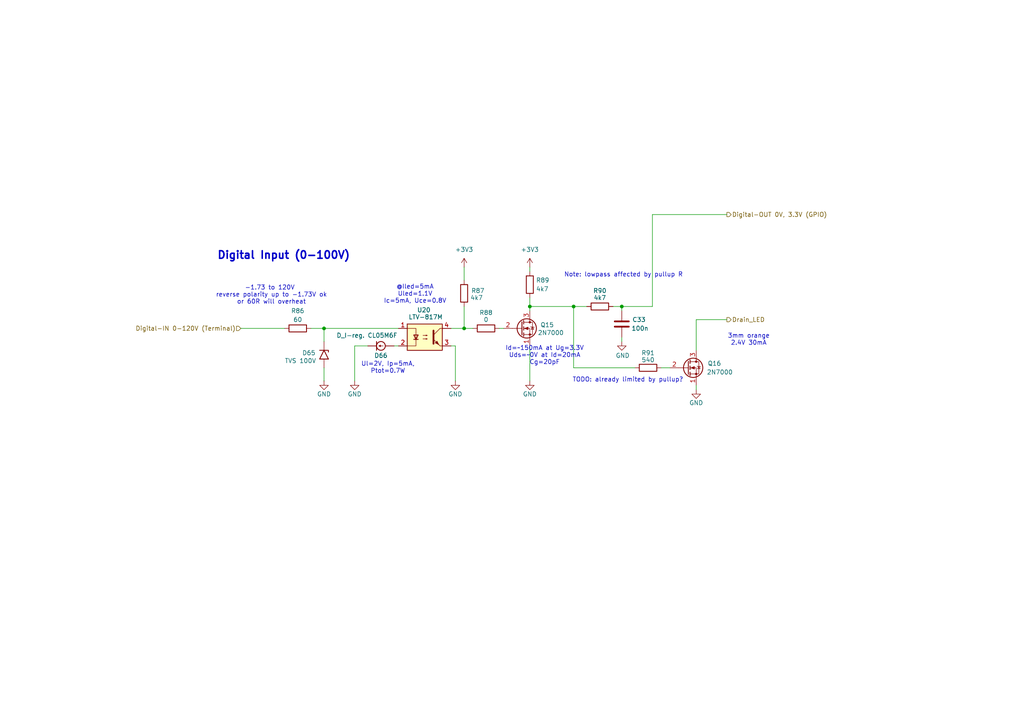
<source format=kicad_sch>
(kicad_sch (version 20231120) (generator "eeschema") (generator_version "8.0")
  (paper "A4")
  (lib_symbols
    (symbol "Device:C" (pin_numbers hide) (pin_names (offset 0.254))
      (property "Reference" "C" (at 0.635 2.54 0))
      (property "Value" "C" (at 0.635 -2.54 0))
      (symbol "C_0_1"
        (polyline (pts (xy -2.032 -0.762) (xy 2.032 -0.762)) (stroke (width 0.508)))
        (polyline (pts (xy -2.032 0.762) (xy 2.032 0.762)) (stroke (width 0.508)))
      )
      (symbol "C_1_1"
        (pin passive line (at 0 3.81 270) (length 2.794) (name "~") (number "1"))
        (pin passive line (at 0 -3.81 90) (length 2.794) (name "~") (number "2"))
      )
    )
    (symbol "Device:D_Current-regulator" (pin_numbers hide) (pin_names (offset 1.016) hide)
      (property "Reference" "D" (at 0 2.54 0))
      (property "Value" "D_Current-regulator" (at 0 -2.54 0))
      (symbol "D_Current-regulator_0_1"
        (polyline (pts (xy -1.27 1.27) (xy -1.27 -1.27)) (stroke (width 0.254)))
      )
      (symbol "D_Current-regulator_1_1"
        (polyline (pts (xy -0.127 0) (xy 0.635 0)))
        (polyline (pts (xy -0.127 0.254) (xy -0.635 0) (xy -0.127 -0.254) (xy -0.127 0.254)) (fill (type outline)))
        (circle (center 0 0) (radius 1.27) (stroke (width 0.254)))
        (pin passive line (at -3.81 0 0) (length 2.54) (name "K") (number "1"))
        (pin passive line (at 3.81 0 180) (length 2.54) (name "A") (number "2"))
      )
    )
    (symbol "Device:R" (pin_numbers hide) (pin_names (offset 0))
      (property "Reference" "R" (at 2.032 0 90))
      (property "Value" "R" (at 0 0 90))
      (symbol "R_0_1"
        (rectangle (start -1.016 -2.54) (end 1.016 2.54) (stroke (width 0.254)))
      )
      (symbol "R_1_1"
        (pin passive line (at 0 3.81 270) (length 1.27) (name "~") (number "1"))
        (pin passive line (at 0 -3.81 90) (length 1.27) (name "~") (number "2"))
      )
    )
    (symbol "Diode:1N62xxA" (pin_numbers hide) (pin_names (offset 1.016) hide)
      (property "Reference" "D" (at 0 2.54 0))
      (property "Value" "1N62xxA" (at 0 -2.54 0))
      (symbol "1N62xxA_0_1"
        (polyline (pts (xy -0.762 1.27) (xy -1.27 1.27) (xy -1.27 -1.27)) (stroke (width 0.254)))
        (polyline (pts (xy 1.27 1.27) (xy 1.27 -1.27) (xy -1.27 0) (xy 1.27 1.27)) (stroke (width 0.254)))
      )
      (symbol "1N62xxA_1_1"
        (pin passive line (at -3.81 0 0) (length 2.54) (name "A1") (number "1"))
        (pin passive line (at 3.81 0 180) (length 2.54) (name "A2") (number "2"))
      )
    )
    (symbol "Isolator:LTV-817M" (pin_names (offset 1.016))
      (property "Reference" "U" (at -3.81 5.08 0))
      (property "Value" "LTV-817M" (at 0 -5.08 0))
      (symbol "LTV-817M_1_1"
        (rectangle (start -5.08 3.81) (end 5.08 -3.81) (stroke (width 0.254)) (fill (type background)))
        (polyline (pts (xy -3.175 -0.635) (xy -1.905 -0.635)) (stroke (width 0.254)))
        (polyline (pts (xy 2.54 0.635) (xy 4.445 2.54)))
        (polyline (pts (xy 4.445 -2.54) (xy 2.54 -0.635)) (fill (type outline)))
        (polyline (pts (xy 4.445 -2.54) (xy 5.08 -2.54)))
        (polyline (pts (xy 4.445 2.54) (xy 5.08 2.54)))
        (polyline (pts (xy -5.08 2.54) (xy -2.54 2.54) (xy -2.54 -0.762)))
        (polyline (pts (xy -2.54 -0.635) (xy -2.54 -2.54) (xy -5.08 -2.54)))
        (polyline (pts (xy 2.54 1.905) (xy 2.54 -1.905) (xy 2.54 -1.905)) (stroke (width 0.508)))
        (polyline (pts (xy -2.54 -0.635) (xy -3.175 0.635) (xy -1.905 0.635) (xy -2.54 -0.635)) (stroke (width 0.254)))
        (polyline (pts (xy -0.508 -0.508) (xy 0.762 -0.508) (xy 0.381 -0.635) (xy 0.381 -0.381) (xy 0.762 -0.508)))
        (polyline (pts (xy -0.508 0.508) (xy 0.762 0.508) (xy 0.381 0.381) (xy 0.381 0.635) (xy 0.762 0.508)))
        (polyline (pts (xy 3.048 -1.651) (xy 3.556 -1.143) (xy 4.064 -2.159) (xy 3.048 -1.651) (xy 3.048 -1.651)) (fill (type outline)))
        (pin passive line (at -7.62 2.54 0) (length 2.54) (name "~") (number "1"))
        (pin passive line (at -7.62 -2.54 0) (length 2.54) (name "~") (number "2"))
        (pin passive line (at 7.62 -2.54 180) (length 2.54) (name "~") (number "3"))
        (pin passive line (at 7.62 2.54 180) (length 2.54) (name "~") (number "4"))
      )
    )
    (symbol "Transistor_FET:2N7000" (pin_names hide)
      (property "Reference" "Q" (at 5.08 1.905 0))
      (property "Value" "2N7000" (at 5.08 0 0))
      (symbol "2N7000_0_1"
        (polyline (pts (xy 0.254 0) (xy -2.54 0)))
        (polyline (pts (xy 0.254 1.905) (xy 0.254 -1.905)) (stroke (width 0.254)))
        (polyline (pts (xy 0.762 -1.27) (xy 0.762 -2.286)) (stroke (width 0.254)))
        (polyline (pts (xy 0.762 0.508) (xy 0.762 -0.508)) (stroke (width 0.254)))
        (polyline (pts (xy 0.762 2.286) (xy 0.762 1.27)) (stroke (width 0.254)))
        (polyline (pts (xy 2.54 2.54) (xy 2.54 1.778)))
        (polyline (pts (xy 2.54 -2.54) (xy 2.54 0) (xy 0.762 0)))
        (polyline (pts (xy 0.762 -1.778) (xy 3.302 -1.778) (xy 3.302 1.778) (xy 0.762 1.778)))
        (polyline (pts (xy 1.016 0) (xy 2.032 0.381) (xy 2.032 -0.381) (xy 1.016 0)) (fill (type outline)))
        (polyline (pts (xy 2.794 0.508) (xy 2.921 0.381) (xy 3.683 0.381) (xy 3.81 0.254)))
        (polyline (pts (xy 3.302 0.381) (xy 2.921 -0.254) (xy 3.683 -0.254) (xy 3.302 0.381)))
        (circle (center 1.651 0) (radius 2.794) (stroke (width 0.254)))
        (circle (center 2.54 -1.778) (radius 0.254) (fill (type outline)))
        (circle (center 2.54 1.778) (radius 0.254) (fill (type outline)))
      )
      (symbol "2N7000_1_1"
        (pin passive line (at 2.54 -5.08 90) (length 2.54) (name "S") (number "1"))
        (pin input line (at -5.08 0 0) (length 2.54) (name "G") (number "2"))
        (pin passive line (at 2.54 5.08 270) (length 2.54) (name "D") (number "3"))
      )
    )
    (symbol "power:+3V3" (power) (pin_numbers hide) (pin_names (offset 0) hide)
      (property "Value" "+3V3" (at 0 3.556 0))
      (symbol "+3V3_0_1"
        (polyline (pts (xy -0.762 1.27) (xy 0 2.54)))
        (polyline (pts (xy 0 0) (xy 0 2.54)))
        (polyline (pts (xy 0 2.54) (xy 0.762 1.27)))
      )
      (symbol "+3V3_1_1"
        (pin power_in line (at 0 0 90) (length 0) (name "~") (number "1"))
      )
    )
    (symbol "power:GND" (power) (pin_numbers hide) (pin_names (offset 0) hide)
      (property "Value" "GND" (at 0 -3.81 0))
      (symbol "GND_0_1"
        (polyline (pts (xy 0 0) (xy 0 -1.27) (xy 1.27 -1.27) (xy 0 -2.54) (xy -1.27 -1.27) (xy 0 -1.27)))
      )
      (symbol "GND_1_1"
        (pin power_in line (at 0 0 270) (length 0) (name "~") (number "1"))
      )
    )
  )
  (junction (at 153.67 88.9))
  (junction (at 134.62 95.25))
  (junction (at 180.34 88.9))
  (junction (at 93.98 95.25))
  (junction (at 166.37 88.9))
  (wire (pts (xy 102.87 100.33) (xy 102.87 110.49)))
  (wire (pts (xy 130.81 100.33) (xy 132.08 100.33)))
  (wire (pts (xy 201.93 92.71) (xy 210.82 92.71)))
  (wire (pts (xy 166.37 106.68) (xy 184.15 106.68)))
  (wire (pts (xy 93.98 95.25) (xy 93.98 99.06)))
  (wire (pts (xy 106.68 100.33) (xy 102.87 100.33)))
  (wire (pts (xy 132.08 100.33) (xy 132.08 110.49)))
  (wire (pts (xy 177.8 88.9) (xy 180.34 88.9)))
  (wire (pts (xy 180.34 88.9) (xy 189.23 88.9)))
  (wire (pts (xy 93.98 106.68) (xy 93.98 110.49)))
  (wire (pts (xy 153.67 77.47) (xy 153.67 78.74)))
  (wire (pts (xy 189.23 88.9) (xy 189.23 62.23)))
  (wire (pts (xy 189.23 62.23) (xy 210.82 62.23)))
  (wire (pts (xy 191.77 106.68) (xy 194.31 106.68)))
  (wire (pts (xy 134.62 88.9) (xy 134.62 95.25)))
  (wire (pts (xy 134.62 95.25) (xy 137.16 95.25)))
  (wire (pts (xy 144.78 95.25) (xy 146.05 95.25)))
  (wire (pts (xy 153.67 88.9) (xy 153.67 90.17)))
  (wire (pts (xy 69.85 95.25) (xy 82.55 95.25)))
  (wire (pts (xy 180.34 97.79) (xy 180.34 99.06)))
  (wire (pts (xy 153.67 86.36) (xy 153.67 88.9)))
  (wire (pts (xy 93.98 95.25) (xy 115.57 95.25)))
  (wire (pts (xy 114.3 100.33) (xy 115.57 100.33)))
  (wire (pts (xy 130.81 95.25) (xy 134.62 95.25)))
  (wire (pts (xy 166.37 88.9) (xy 170.18 88.9)))
  (wire (pts (xy 201.93 92.71) (xy 201.93 101.6)))
  (wire (pts (xy 90.17 95.25) (xy 93.98 95.25)))
  (wire (pts (xy 153.67 88.9) (xy 166.37 88.9)))
  (wire (pts (xy 166.37 106.68) (xy 166.37 88.9)))
  (wire (pts (xy 153.67 100.33) (xy 153.67 110.49)))
  (wire (pts (xy 180.34 88.9) (xy 180.34 90.17)))
  (wire (pts (xy 201.93 111.76) (xy 201.93 113.03)))
  (wire (pts (xy 134.62 77.47) (xy 134.62 81.28)))
  (text "Note: lowpass affected by pullup R" (at 180.848 79.756 0) (effects (font (size 1.27 1.27))))
  (text "Ul=2V, Ip=5mA,\nPtot=0.7W" (at 112.522 106.68 0) (effects (font (size 1.27 1.27))))
  (text "3mm orange\n2.4V 30mA" (at 217.17 98.552 0) (effects (font (size 1.27 1.27))))
  (text "Digital Input (0-100V)" (at 82.296 74.168 0) (effects (font (size 2.2 2.2) (thickness 0.44) (bold yes))))
  (text "TODO: already limited by pullup?" (at 182.118 110.236 0) (effects (font (size 1.27 1.27))))
  (text "-1.73 to 120V \nreverse polarity up to -1.73V ok\nor 60R will overheat" (at 78.74 85.598 0) (effects (font (size 1.27 1.27))))
  (text "Id=~150mA at Ug=3.3V\nUds=~0V at Id=20mA\nCg=20pF" (at 157.988 103.124 0) (effects (font (size 1.27 1.27))))
  (text "@Iled=5mA\nUled=1.1V\nIc=5mA, Uce=0.8V" (at 120.396 85.344 0) (effects (font (size 1.27 1.27))))
  (hierarchical_label "Digital-OUT 0V, 3.3V (GPIO)" (shape output) (at 210.82 62.23 0))
  (hierarchical_label "Drain_LED" (shape output) (at 210.82 92.71 0))
  (hierarchical_label "Digital-IN 0-120V (Terminal)" (shape input) (at 69.85 95.25 180))
  (symbol (lib_id "Device:R") (at 134.62 85.09 0) (unit 1)
    (property "Reference" "R87" (at 136.652 84.328 0) (effects (justify left)))
    (property "Value" "4k7" (at 136.398 86.36 0) (effects (justify left)))
    (property "Footprint" "Resistor_THT:R_Axial_DIN0207_L6.3mm_D2.5mm_P10.16mm_Horizontal" (effects (hide yes)))
    (property "Description" "Resistor" (effects (hide yes)))
    (instances (project "pi-interface-board_v1.0" (path "" (reference "R87") (unit 1)) (path "" (reference "R94") (unit 1)) (path "" (reference "R80") (unit 1)) (path "" (reference "R101") (unit 1)) (path "" (reference "R59") (unit 1)) (path "" (reference "R73") (unit 1)) (path "" (reference "R66") (unit 1)) (path "" (reference "R2") (unit 1))))
  )
  (symbol (lib_id "Device:R") (at 173.99 88.9 90) (unit 1)
    (property "Reference" "R90" (at 173.99 84.328 90))
    (property "Value" "4k7" (at 173.99 86.36 90))
    (property "Footprint" "Resistor_THT:R_Axial_DIN0207_L6.3mm_D2.5mm_P10.16mm_Horizontal" (effects (hide yes)))
    (property "Description" "Resistor" (effects (hide yes)))
    (instances (project "pi-interface-board_v1.0" (path "" (reference "R90") (unit 1)) (path "" (reference "R97") (unit 1)) (path "" (reference "R83") (unit 1)) (path "" (reference "R104") (unit 1)) (path "" (reference "R62") (unit 1)) (path "" (reference "R76") (unit 1)) (path "" (reference "R69") (unit 1)) (path "" (reference "R55") (unit 1))))
  )
  (symbol (lib_id "power:GND") (at 102.87 110.49 0) (unit 1)
    (property "Reference" "#PWR0158" (effects (hide yes)))
    (property "Value" "GND" (at 102.87 114.3 0))
    (property "Description" "Power symbol creates a global label with name \"GND\" , ground" (effects (hide yes)))
    (instances (project "pi-interface-board_v1.0" (path "" (reference "#PWR0158") (unit 1)) (path "" (reference "#PWR0167") (unit 1)) (path "" (reference "#PWR0149") (unit 1)) (path "" (reference "#PWR0176") (unit 1)) (path "" (reference "#PWR0122") (unit 1)) (path "" (reference "#PWR0140") (unit 1)) (path "" (reference "#PWR0131") (unit 1)) (path "" (reference "#PWR0113") (unit 1))))
  )
  (symbol (lib_id "Transistor_FET:2N7000") (at 151.13 95.25 0) (unit 1)
    (property "Reference" "Q15" (at 156.718 94.234 0) (effects (justify left)))
    (property "Value" "2N7000" (at 155.956 96.52 0) (effects (justify left)))
    (property "Footprint" "Package_TO_SOT_THT:TO-92_Inline" (effects (hide yes)))
    (property "Datasheet" "https://www.vishay.com/docs/70226/70226.pdf" (effects (hide yes)))
    (property "Description" "0.2A Id, 200V Vds, N-Channel MOSFET, 2.6V Logic Level, TO-92" (effects (hide yes)))
    (instances (project "pi-interface-board_v1.0" (path "" (reference "Q15") (unit 1)) (path "" (reference "Q17") (unit 1)) (path "" (reference "Q13") (unit 1)) (path "" (reference "Q19") (unit 1)) (path "" (reference "Q7") (unit 1)) (path "" (reference "Q11") (unit 1)) (path "" (reference "Q9") (unit 1)) (path "" (reference "Q2") (unit 1))))
  )
  (symbol (lib_id "power:GND") (at 201.93 113.03 0) (unit 1)
    (property "Reference" "#PWR0165" (effects (hide yes)))
    (property "Value" "GND" (at 201.93 116.84 0))
    (property "Description" "Power symbol creates a global label with name \"GND\" , ground" (effects (hide yes)))
    (instances (project "pi-interface-board_v1.0" (path "" (reference "#PWR0165") (unit 1)) (path "" (reference "#PWR0174") (unit 1)) (path "" (reference "#PWR0156") (unit 1)) (path "" (reference "#PWR0183") (unit 1)) (path "" (reference "#PWR0129") (unit 1)) (path "" (reference "#PWR0147") (unit 1)) (path "" (reference "#PWR0138") (unit 1)) (path "" (reference "#PWR0120") (unit 1))))
  )
  (symbol (lib_id "power:+3V3") (at 134.62 77.47 0) (unit 1)
    (property "Reference" "#PWR0160" (effects (hide yes)))
    (property "Value" "+3V3" (at 134.62 72.39 0))
    (property "Description" "Power symbol creates a global label with name \"+3V3\"" (effects (hide yes)))
    (instances (project "pi-interface-board_v1.0" (path "" (reference "#PWR0160") (unit 1)) (path "" (reference "#PWR0169") (unit 1)) (path "" (reference "#PWR0151") (unit 1)) (path "" (reference "#PWR0178") (unit 1)) (path "" (reference "#PWR0124") (unit 1)) (path "" (reference "#PWR0142") (unit 1)) (path "" (reference "#PWR0133") (unit 1)) (path "" (reference "#PWR0115") (unit 1))))
  )
  (symbol (lib_id "Transistor_FET:2N7000") (at 199.39 106.68 0) (unit 1)
    (property "Reference" "Q16" (at 205.232 105.41 0) (effects (justify left)))
    (property "Value" "2N7000" (at 204.978 107.95 0) (effects (justify left)))
    (property "Footprint" "Package_TO_SOT_THT:TO-92_Inline" (effects (hide yes)))
    (property "Datasheet" "https://www.vishay.com/docs/70226/70226.pdf" (effects (hide yes)))
    (property "Description" "0.2A Id, 200V Vds, N-Channel MOSFET, 2.6V Logic Level, TO-92" (effects (hide yes)))
    (instances (project "pi-interface-board_v1.0" (path "" (reference "Q16") (unit 1)) (path "" (reference "Q18") (unit 1)) (path "" (reference "Q14") (unit 1)) (path "" (reference "Q20") (unit 1)) (path "" (reference "Q8") (unit 1)) (path "" (reference "Q12") (unit 1)) (path "" (reference "Q10") (unit 1)) (path "" (reference "Q6") (unit 1))))
  )
  (symbol (lib_id "Device:C") (at 180.34 93.98 0) (unit 1)
    (property "Reference" "C33" (at 183.388 92.71 0) (effects (justify left)))
    (property "Value" "100n" (at 183.134 95.25 0) (effects (justify left)))
    (property "Footprint" "Capacitor_THT:C_Disc_D7.0mm_W2.5mm_P5.00mm" (effects (hide yes)))
    (property "Description" "Unpolarized capacitor" (effects (hide yes)))
    (instances (project "pi-interface-board_v1.0" (path "" (reference "C33") (unit 1)) (path "" (reference "C34") (unit 1)) (path "" (reference "C32") (unit 1)) (path "" (reference "C35") (unit 1)) (path "" (reference "C29") (unit 1)) (path "" (reference "C31") (unit 1)) (path "" (reference "C30") (unit 1)) (path "" (reference "C17") (unit 1))))
  )
  (symbol (lib_id "Diode:1N62xxA") (at 93.98 102.87 270) (unit 1)
    (property "Reference" "D65" (at 87.63 102.362 90) (effects (justify left)))
    (property "Value" "TVS 100V" (at 82.55 104.648 90) (effects (justify left)))
    (property "Footprint" "Diode_THT:D_DO-201AE_P15.24mm_Horizontal" (effects (hide yes)))
    (property "Datasheet" "https://www.vishay.com/docs/88301/15ke.pdf" (effects (hide yes)))
    (property "Description" "1500W unidirectional TRANSZORB® Transient Voltage Suppressor, DO-201AE" (effects (hide yes)))
    (instances (project "pi-interface-board_v1.0" (path "" (reference "D65") (unit 1)) (path "" (reference "D68") (unit 1)) (path "" (reference "D62") (unit 1)) (path "" (reference "D71") (unit 1)) (path "" (reference "D53") (unit 1)) (path "" (reference "D59") (unit 1)) (path "" (reference "D56") (unit 1)) (path "" (reference "D50") (unit 1))))
  )
  (symbol (lib_id "power:+3V3") (at 153.67 77.47 0) (unit 1)
    (property "Reference" "#PWR0161" (effects (hide yes)))
    (property "Value" "+3V3" (at 153.67 72.39 0))
    (property "Description" "Power symbol creates a global label with name \"+3V3\"" (effects (hide yes)))
    (instances (project "pi-interface-board_v1.0" (path "" (reference "#PWR0161") (unit 1)) (path "" (reference "#PWR0170") (unit 1)) (path "" (reference "#PWR0152") (unit 1)) (path "" (reference "#PWR0179") (unit 1)) (path "" (reference "#PWR0125") (unit 1)) (path "" (reference "#PWR0143") (unit 1)) (path "" (reference "#PWR0134") (unit 1)) (path "" (reference "#PWR0116") (unit 1))))
  )
  (symbol (lib_id "Device:R") (at 86.36 95.25 90) (unit 1)
    (property "Reference" "R86" (at 86.36 90.17 90))
    (property "Value" "60" (at 86.36 92.71 90))
    (property "Footprint" "Resistor_THT:R_Axial_DIN0207_L6.3mm_D2.5mm_P10.16mm_Horizontal" (effects (hide yes)))
    (property "Description" "Resistor" (effects (hide yes)))
    (instances (project "pi-interface-board_v1.0" (path "" (reference "R86") (unit 1)) (path "" (reference "R93") (unit 1)) (path "" (reference "R79") (unit 1)) (path "" (reference "R100") (unit 1)) (path "" (reference "R58") (unit 1)) (path "" (reference "R72") (unit 1)) (path "" (reference "R65") (unit 1)) (path "" (reference "R1") (unit 1))))
  )
  (symbol (lib_id "power:GND") (at 132.08 110.49 0) (unit 1)
    (property "Reference" "#PWR0159" (effects (hide yes)))
    (property "Value" "GND" (at 132.08 114.3 0))
    (property "Description" "Power symbol creates a global label with name \"GND\" , ground" (effects (hide yes)))
    (instances (project "pi-interface-board_v1.0" (path "" (reference "#PWR0159") (unit 1)) (path "" (reference "#PWR0168") (unit 1)) (path "" (reference "#PWR0150") (unit 1)) (path "" (reference "#PWR0177") (unit 1)) (path "" (reference "#PWR0123") (unit 1)) (path "" (reference "#PWR0141") (unit 1)) (path "" (reference "#PWR0132") (unit 1)) (path "" (reference "#PWR0114") (unit 1))))
  )
  (symbol (lib_id "power:GND") (at 180.34 99.06 0) (unit 1)
    (property "Reference" "#PWR0163" (effects (hide yes)))
    (property "Value" "GND" (at 180.594 103.124 0))
    (property "Description" "Power symbol creates a global label with name \"GND\" , ground" (effects (hide yes)))
    (instances (project "pi-interface-board_v1.0" (path "" (reference "#PWR0163") (unit 1)) (path "" (reference "#PWR0172") (unit 1)) (path "" (reference "#PWR0154") (unit 1)) (path "" (reference "#PWR0181") (unit 1)) (path "" (reference "#PWR0127") (unit 1)) (path "" (reference "#PWR0145") (unit 1)) (path "" (reference "#PWR0136") (unit 1)) (path "" (reference "#PWR0118") (unit 1))))
  )
  (symbol (lib_id "power:GND") (at 93.98 110.49 0) (unit 1)
    (property "Reference" "#PWR0157" (effects (hide yes)))
    (property "Value" "GND" (at 93.98 114.3 0))
    (property "Description" "Power symbol creates a global label with name \"GND\" , ground" (effects (hide yes)))
    (instances (project "pi-interface-board_v1.0" (path "" (reference "#PWR0157") (unit 1)) (path "" (reference "#PWR0166") (unit 1)) (path "" (reference "#PWR0148") (unit 1)) (path "" (reference "#PWR0175") (unit 1)) (path "" (reference "#PWR0121") (unit 1)) (path "" (reference "#PWR0139") (unit 1)) (path "" (reference "#PWR0130") (unit 1)) (path "" (reference "#PWR0112") (unit 1))))
  )
  (symbol (lib_id "Device:R") (at 140.97 95.25 90) (unit 1)
    (property "Reference" "R88" (at 140.97 90.678 90))
    (property "Value" "0" (at 140.97 92.71 90))
    (property "Footprint" "Resistor_THT:R_Axial_DIN0207_L6.3mm_D2.5mm_P10.16mm_Horizontal" (effects (hide yes)))
    (property "Description" "Resistor" (effects (hide yes)))
    (instances (project "pi-interface-board_v1.0" (path "" (reference "R88") (unit 1)) (path "" (reference "R95") (unit 1)) (path "" (reference "R81") (unit 1)) (path "" (reference "R102") (unit 1)) (path "" (reference "R60") (unit 1)) (path "" (reference "R74") (unit 1)) (path "" (reference "R67") (unit 1)) (path "" (reference "R53") (unit 1))))
  )
  (symbol (lib_id "Device:R") (at 187.96 106.68 90) (unit 1)
    (property "Reference" "R91" (at 187.96 102.362 90))
    (property "Value" "540" (at 187.96 104.394 90))
    (property "Footprint" "Resistor_THT:R_Axial_DIN0207_L6.3mm_D2.5mm_P10.16mm_Horizontal" (effects (hide yes)))
    (property "Description" "Resistor" (effects (hide yes)))
    (instances (project "pi-interface-board_v1.0" (path "" (reference "R91") (unit 1)) (path "" (reference "R98") (unit 1)) (path "" (reference "R84") (unit 1)) (path "" (reference "R105") (unit 1)) (path "" (reference "R63") (unit 1)) (path "" (reference "R77") (unit 1)) (path "" (reference "R70") (unit 1)) (path "" (reference "R56") (unit 1))))
  )
  (symbol (lib_id "Device:D_Current-regulator") (at 110.49 100.33 0) (unit 1)
    (property "Reference" "D66" (at 110.49 103.124 0))
    (property "Value" "D_I-reg. CL05M6F" (at 106.426 97.282 0))
    (property "Footprint" "Diode_SMD:D_SOD-123F" (effects (hide yes)))
    (property "Description" "Constant-current diode / current limiting diode / current regulator diode, IEC60747-3:2013" (effects (hide yes)))
    (instances (project "pi-interface-board_v1.0" (path "" (reference "D66") (unit 1)) (path "" (reference "D69") (unit 1)) (path "" (reference "D63") (unit 1)) (path "" (reference "D72") (unit 1)) (path "" (reference "D54") (unit 1)) (path "" (reference "D60") (unit 1)) (path "" (reference "D57") (unit 1)) (path "" (reference "D51") (unit 1))))
  )
  (symbol (lib_id "power:GND") (at 153.67 110.49 0) (unit 1)
    (property "Reference" "#PWR0162" (effects (hide yes)))
    (property "Value" "GND" (at 153.67 114.3 0))
    (property "Description" "Power symbol creates a global label with name \"GND\" , ground" (effects (hide yes)))
    (instances (project "pi-interface-board_v1.0" (path "" (reference "#PWR0162") (unit 1)) (path "" (reference "#PWR0171") (unit 1)) (path "" (reference "#PWR0153") (unit 1)) (path "" (reference "#PWR0180") (unit 1)) (path "" (reference "#PWR0126") (unit 1)) (path "" (reference "#PWR0144") (unit 1)) (path "" (reference "#PWR0135") (unit 1)) (path "" (reference "#PWR0117") (unit 1))))
  )
  (symbol (lib_id "Device:R") (at 153.67 82.55 180) (unit 1)
    (property "Reference" "R89" (at 155.448 81.28 0) (effects (justify right)))
    (property "Value" "4k7" (at 155.448 83.82 0) (effects (justify right)))
    (property "Footprint" "Resistor_THT:R_Axial_DIN0207_L6.3mm_D2.5mm_P10.16mm_Horizontal" (effects (hide yes)))
    (property "Description" "Resistor" (effects (hide yes)))
    (instances (project "pi-interface-board_v1.0" (path "" (reference "R89") (unit 1)) (path "" (reference "R96") (unit 1)) (path "" (reference "R82") (unit 1)) (path "" (reference "R103") (unit 1)) (path "" (reference "R61") (unit 1)) (path "" (reference "R75") (unit 1)) (path "" (reference "R68") (unit 1)) (path "" (reference "R54") (unit 1))))
  )
  (symbol (lib_id "Isolator:LTV-817M") (at 123.19 97.79 0) (unit 1)
    (property "Reference" "U20" (at 122.936 89.916 0))
    (property "Value" "LTV-817M" (at 123.444 91.948 0))
    (property "Footprint" "Package_DIP:DIP-4_W10.16mm" (effects (hide yes)))
    (property "Datasheet" "http://www.us.liteon.com/downloads/LTV-817-827-847.PDF" (effects (hide yes)))
    (property "Description" "DC Optocoupler, Vce 35V, CTR 50%, DIP-4" (effects (hide yes)))
    (instances (project "pi-interface-board_v1.0" (path "" (reference "U20") (unit 1)) (path "" (reference "U21") (unit 1)) (path "" (reference "U19") (unit 1)) (path "" (reference "U22") (unit 1)) (path "" (reference "U8") (unit 1)) (path "" (reference "U18") (unit 1)) (path "" (reference "U17") (unit 1)) (path "" (reference "U7") (unit 1))))
  )
)
</source>
